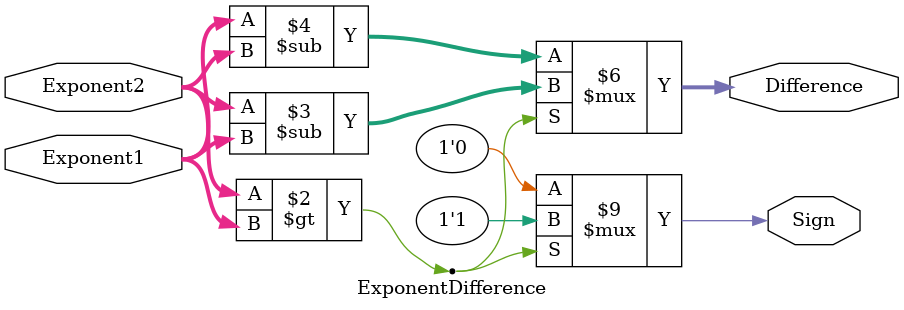
<source format=v>
`timescale 1ns / 1ps
module ExponentDifference( Exponent1 , Exponent2 , Difference , Sign 
    );
	 
	 parameter ExponentSize =  8 ; // the size of exponent different form half, single or double percesion
	 
	 input [ ExponentSize - 1 : 0 ] Exponent1 , Exponent2 ;
	 output [ ExponentSize - 1 : 0 ] Difference ; // hold the difference to be shifted (For alignment)
	 reg [ ExponentSize - 1 : 0 ] Difference ;
	 output Sign ; // hold the sign of operation
	 reg Sign ;  // 0 -> + , 1 -> -
	 
	 always @( Exponent1 or Exponent2 ) 
		begin : GET_D_SignOfD
			if ( Exponent2 > Exponent1 )
				begin : NEG_OPERATION
					Sign = 1 ; // negative sign
					Difference = Exponent2 - Exponent1 ;
				end 
			else 
				begin : POS_OR_ZERO_OPERATION
					Sign = 0 ; // positive sign 
					Difference = Exponent1 - Exponent2 ;
				end
			end 
endmodule

</source>
